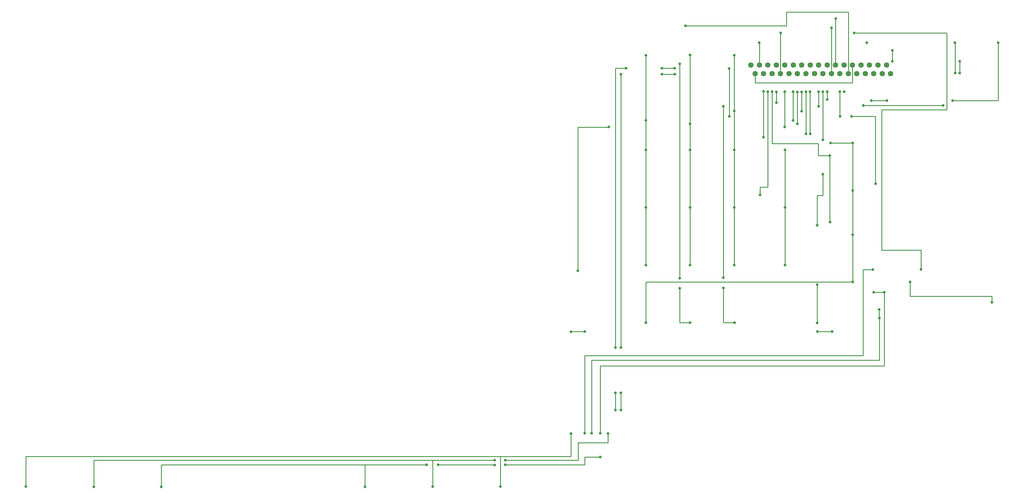
<source format=gbr>
%TF.GenerationSoftware,KiCad,Pcbnew,(5.1.9)-1*%
%TF.CreationDate,2021-03-26T19:35:24+01:00*%
%TF.ProjectId,UPL_Keyboard,55504c5f-4b65-4796-926f-6172642e6b69,2*%
%TF.SameCoordinates,Original*%
%TF.FileFunction,Copper,L2,Bot*%
%TF.FilePolarity,Positive*%
%FSLAX46Y46*%
G04 Gerber Fmt 4.6, Leading zero omitted, Abs format (unit mm)*
G04 Created by KiCad (PCBNEW (5.1.9)-1) date 2021-03-26 19:35:24*
%MOMM*%
%LPD*%
G01*
G04 APERTURE LIST*
%TA.AperFunction,ComponentPad*%
%ADD10C,1.600000*%
%TD*%
%TA.AperFunction,ViaPad*%
%ADD11C,0.800000*%
%TD*%
%TA.AperFunction,Conductor*%
%ADD12C,0.250000*%
%TD*%
G04 APERTURE END LIST*
D10*
%TO.P,J1,1*%
%TO.N,LED_A*%
X276115100Y-94107000D03*
%TO.P,J1,2*%
%TO.N,KEY_DET*%
X277365100Y-96607000D03*
%TO.P,J1,3*%
%TO.N,BTN_ROW_1*%
X278615100Y-94107000D03*
%TO.P,J1,4*%
%TO.N,BTN_ROW_2*%
X279865100Y-96607000D03*
%TO.P,J1,5*%
%TO.N,BTN_ROW_3*%
X281115100Y-94107000D03*
%TO.P,J1,6*%
%TO.N,BTN_ROW_4*%
X282365100Y-96607000D03*
%TO.P,J1,7*%
%TO.N,BTN_ROW_5*%
X283615100Y-94107000D03*
%TO.P,J1,8*%
%TO.N,BTN_ROW_6*%
X284865100Y-96607000D03*
%TO.P,J1,9*%
%TO.N,BTN_ROW_7*%
X286115100Y-94107000D03*
%TO.P,J1,10*%
%TO.N,NOT_USED_1*%
X287365100Y-96607000D03*
%TO.P,J1,11*%
%TO.N,BTN_COL_1*%
X288615100Y-94107000D03*
%TO.P,J1,12*%
%TO.N,BTN_COL_2*%
X289865100Y-96607000D03*
%TO.P,J1,13*%
%TO.N,BTN_COL_3*%
X291115100Y-94107000D03*
%TO.P,J1,14*%
%TO.N,BTN_COL_4*%
X292365100Y-96607000D03*
%TO.P,J1,15*%
%TO.N,BTN_COL_5*%
X293615100Y-94107000D03*
%TO.P,J1,16*%
%TO.N,BTN_COL_6*%
X294865100Y-96607000D03*
%TO.P,J1,17*%
%TO.N,BTN_COL_7*%
X296115100Y-94107000D03*
%TO.P,J1,18*%
%TO.N,BTN_COL_8*%
X297365100Y-96607000D03*
%TO.P,J1,19*%
%TO.N,LED_DATA*%
X298615100Y-94107000D03*
%TO.P,J1,20*%
%TO.N,LED_REMOTE*%
X299865100Y-96607000D03*
%TO.P,J1,21*%
%TO.N,LED_OUTPUT*%
X301115100Y-94107000D03*
%TO.P,J1,22*%
%TO.N,LED_GEN_OVRLD*%
X302365100Y-96607000D03*
%TO.P,J1,23*%
%TO.N,LED_START*%
X303615100Y-94107000D03*
%TO.P,J1,24*%
%TO.N,LED_SINGLE*%
X304865100Y-96607000D03*
%TO.P,J1,25*%
%TO.N,KEY_DET*%
X306115100Y-94107000D03*
%TO.P,J1,26*%
%TO.N,NOT_USED_2*%
X307365100Y-96607000D03*
%TO.P,J1,27*%
%TO.N,N/C*%
X308615100Y-94107000D03*
%TO.P,J1,28*%
X309865100Y-96607000D03*
%TO.P,J1,29*%
X311115100Y-94107000D03*
%TO.P,J1,30*%
X312365100Y-96607000D03*
%TO.P,J1,31*%
X313615100Y-94107000D03*
%TO.P,J1,32*%
X314865100Y-96607000D03*
%TO.P,J1,33*%
X316115100Y-94107000D03*
%TO.P,J1,34*%
X317365100Y-96607000D03*
%TD*%
D11*
%TO.N,LED_SINGLE*%
X256800000Y-82517900D03*
%TO.N,LED_START*%
X303593500Y-101981000D03*
%TO.N,LED_GEN_OVRLD*%
X236120000Y-196060000D03*
X236160000Y-190960000D03*
X236110000Y-177580000D03*
X253610000Y-95070000D03*
X249820000Y-95050000D03*
X239280000Y-95040000D03*
X302348900Y-101981000D03*
X302399700Y-109232700D03*
X269735300Y-109270800D03*
X269709900Y-95110300D03*
%TO.N,LED_OUTPUT*%
X301155100Y-80352900D03*
%TO.N,LED_REMOTE*%
X299872400Y-83121500D03*
%TO.N,LED_DATA*%
X298615100Y-101993700D03*
X298615100Y-104241600D03*
%TO.N,BTN_COL_8*%
X297357800Y-101968300D03*
X297357800Y-116244200D03*
X295694100Y-170332400D03*
X295694100Y-158991300D03*
X295694100Y-141465300D03*
X297383200Y-126377700D03*
%TO.N,BTN_COL_7*%
X271320000Y-170210000D03*
X268000000Y-160000000D03*
X268020000Y-156970000D03*
X268020000Y-106310000D03*
X296100500Y-101955600D03*
X296097600Y-106273100D03*
%TO.N,BTN_COL_6*%
X258140000Y-170200000D03*
X255110000Y-160040000D03*
X255110000Y-157080000D03*
X255110000Y-93770000D03*
%TO.N,BTN_COL_5*%
X306150000Y-158200000D03*
X306140000Y-144220000D03*
X306150000Y-131180000D03*
X306160000Y-117170000D03*
X245140000Y-170190000D03*
X323080000Y-158180000D03*
X347210000Y-164200000D03*
X293585900Y-102006400D03*
X293598600Y-114427000D03*
X299669400Y-117170000D03*
%TO.N,BTN_COL_4*%
X286200000Y-153200000D03*
X286200000Y-136190000D03*
X286200000Y-119190000D03*
X313980000Y-166310000D03*
X314000000Y-168850000D03*
X229110000Y-202930000D03*
X292341300Y-101993700D03*
X292354000Y-114414300D03*
%TO.N,BTN_COL_3*%
X271210000Y-153190000D03*
X271210000Y-136200000D03*
X271220000Y-119170000D03*
X271220000Y-91210000D03*
X312320000Y-161270000D03*
X315460000Y-161270000D03*
X102160000Y-218700000D03*
X180450000Y-212250000D03*
X183800000Y-212230000D03*
X200470000Y-212290000D03*
X203630000Y-212240000D03*
X162220000Y-218710000D03*
X231640000Y-202920000D03*
X231630000Y-209950000D03*
X271220000Y-107670000D03*
X291096700Y-102044500D03*
X291082600Y-107720000D03*
%TO.N,BTN_COL_2*%
X258160000Y-153190000D03*
X258190000Y-136190000D03*
X258190000Y-119180000D03*
X258190000Y-91180000D03*
X82190000Y-218700000D03*
X200470000Y-210880000D03*
X203640000Y-210880000D03*
X182230000Y-218650000D03*
X233970000Y-202970000D03*
X289852100Y-102031800D03*
X289852100Y-111429800D03*
X258190000Y-111468900D03*
%TO.N,BTN_COL_1*%
X245140000Y-153180000D03*
X245140000Y-136200000D03*
X245140000Y-119190000D03*
X245140000Y-91200000D03*
X62130000Y-218680000D03*
X202180000Y-218670000D03*
X223030000Y-202970000D03*
X300070000Y-172870000D03*
X295760000Y-172870000D03*
X227100000Y-172880000D03*
X223010000Y-172920000D03*
X245140000Y-110450000D03*
X288582100Y-102019100D03*
X288564000Y-110470000D03*
%TO.N,BTN_ROW_7*%
X225060000Y-154920000D03*
X234240000Y-112420000D03*
X286092900Y-101968300D03*
X286093300Y-112420000D03*
%TO.N,BTN_ROW_6*%
X326280000Y-154510000D03*
X306565300Y-84607400D03*
X284924500Y-84645500D03*
%TO.N,BTN_ROW_5*%
X312080000Y-154530000D03*
X227060000Y-202940000D03*
X312900000Y-129130000D03*
X283616400Y-102031800D03*
X283603700Y-105232200D03*
X305854100Y-109245400D03*
%TO.N,BTN_ROW_4*%
X349100000Y-87490000D03*
X335670000Y-104640000D03*
X316250000Y-104610000D03*
X311650000Y-104630000D03*
X299430000Y-120900000D03*
X299440000Y-140520000D03*
X282333700Y-101981000D03*
%TO.N,BTN_ROW_3*%
X336380000Y-96470000D03*
X336340000Y-87480000D03*
X281114500Y-101955600D03*
X278816700Y-132500000D03*
%TO.N,BTN_ROW_2*%
X317880000Y-89820000D03*
X309290000Y-106030000D03*
X332830000Y-106030000D03*
X337760000Y-96490000D03*
X337750000Y-93000000D03*
X279793700Y-101930200D03*
X279817500Y-115470000D03*
X317860000Y-93000000D03*
%TO.N,BTN_ROW_1*%
X310280000Y-87510000D03*
X278594200Y-87510000D03*
%TO.N,LED_A*%
X237740000Y-196080000D03*
X237720000Y-190990000D03*
X237720000Y-177590000D03*
X253644400Y-96837500D03*
X249859800Y-96824800D03*
X237744000Y-96837500D03*
%TD*%
D12*
%TO.N,*%
X313050000Y-94080000D02*
X312820000Y-94080000D01*
X308624300Y-94080000D02*
X308622700Y-94081600D01*
%TO.N,KEY_DET*%
X306097600Y-94124500D02*
X306115100Y-94107000D01*
X306097600Y-99197500D02*
X306097600Y-94124500D01*
X305968400Y-99326700D02*
X306097600Y-99197500D01*
X277347600Y-99326700D02*
X305968400Y-99326700D01*
X277347600Y-96624500D02*
X277347600Y-99326700D01*
X277365100Y-96607000D02*
X277347600Y-96624500D01*
%TO.N,LED_SINGLE*%
X286639000Y-82517900D02*
X256800000Y-82517900D01*
X286639000Y-78613000D02*
X286639000Y-82517900D01*
X286778700Y-78473300D02*
X286639000Y-78613000D01*
X304806300Y-78473300D02*
X286778700Y-78473300D01*
X304865100Y-78532100D02*
X304806300Y-78473300D01*
X304865100Y-96607000D02*
X304865100Y-78532100D01*
%TO.N,LED_GEN_OVRLD*%
X236120000Y-191000000D02*
X236160000Y-190960000D01*
X236120000Y-196060000D02*
X236120000Y-191000000D01*
X249840000Y-95070000D02*
X249820000Y-95050000D01*
X253610000Y-95070000D02*
X249840000Y-95070000D01*
X239280000Y-95040000D02*
X236150000Y-95040000D01*
X236150000Y-95040000D02*
X236120000Y-95070000D01*
X236110000Y-95080000D02*
X236150000Y-95040000D01*
X236110000Y-177580000D02*
X236110000Y-95080000D01*
X302348900Y-109181900D02*
X302399700Y-109232700D01*
X302348900Y-101981000D02*
X302348900Y-109181900D01*
X269735300Y-95135700D02*
X269709900Y-95110300D01*
X269735300Y-109270800D02*
X269735300Y-95135700D01*
%TO.N,LED_OUTPUT*%
X301097600Y-80410400D02*
X301155100Y-80352900D01*
X301115100Y-80392900D02*
X301155100Y-80352900D01*
X301115100Y-94107000D02*
X301115100Y-80392900D01*
%TO.N,LED_REMOTE*%
X299847600Y-83146300D02*
X299872400Y-83121500D01*
X299865100Y-83128800D02*
X299872400Y-83121500D01*
X299865100Y-96607000D02*
X299865100Y-83128800D01*
%TO.N,LED_DATA*%
X298615100Y-104241600D02*
X298615100Y-101993700D01*
%TO.N,BTN_COL_8*%
X297357800Y-101968300D02*
X297357800Y-116244200D01*
X295694100Y-170332400D02*
X295694100Y-158991300D01*
X295694100Y-132651500D02*
X295694100Y-141465300D01*
X297383200Y-132651500D02*
X295694100Y-132651500D01*
X297383200Y-126377700D02*
X297383200Y-132651500D01*
%TO.N,BTN_COL_7*%
X271320000Y-170210000D02*
X267960000Y-170210000D01*
X267960000Y-160040000D02*
X268000000Y-160000000D01*
X267960000Y-170210000D02*
X267960000Y-160040000D01*
X268020000Y-156970000D02*
X268020000Y-106310000D01*
X296100500Y-106270200D02*
X296097600Y-106273100D01*
X296100500Y-101955600D02*
X296100500Y-106270200D01*
%TO.N,BTN_COL_6*%
X258140000Y-170200000D02*
X255100000Y-170200000D01*
X255100000Y-160050000D02*
X255110000Y-160040000D01*
X255100000Y-170200000D02*
X255100000Y-160050000D01*
X255110000Y-157080000D02*
X255110000Y-93770000D01*
%TO.N,BTN_COL_5*%
X306150000Y-144230000D02*
X306140000Y-144220000D01*
X306150000Y-158200000D02*
X306150000Y-144230000D01*
X306140000Y-131190000D02*
X306150000Y-131180000D01*
X306140000Y-144220000D02*
X306140000Y-131190000D01*
X306150000Y-117180000D02*
X306160000Y-117170000D01*
X306150000Y-131180000D02*
X306150000Y-117180000D01*
X245140000Y-170190000D02*
X245140000Y-158420000D01*
X245140000Y-158420000D02*
X245360000Y-158200000D01*
X323080000Y-158180000D02*
X323080000Y-162380000D01*
X323080000Y-162380000D02*
X323110000Y-162410000D01*
X323110000Y-162410000D02*
X347200000Y-162410000D01*
X347210000Y-162420000D02*
X347210000Y-164200000D01*
X347200000Y-162410000D02*
X347210000Y-162420000D01*
X278500000Y-158200000D02*
X306150000Y-158200000D01*
X245360000Y-158200000D02*
X278500000Y-158200000D01*
X278980000Y-158200000D02*
X278500000Y-158200000D01*
X293585900Y-114414300D02*
X293598600Y-114427000D01*
X293585900Y-102006400D02*
X293585900Y-114414300D01*
X299669400Y-117170000D02*
X306160000Y-117170000D01*
%TO.N,BTN_COL_4*%
X286200000Y-153200000D02*
X286200000Y-136190000D01*
X313980000Y-168830000D02*
X314000000Y-168850000D01*
X313980000Y-166310000D02*
X313980000Y-168830000D01*
X272050000Y-181340000D02*
X244000000Y-181340000D01*
X314000000Y-181340000D02*
X272050000Y-181340000D01*
X314000000Y-168850000D02*
X314000000Y-181340000D01*
X244000000Y-181340000D02*
X229110000Y-181340000D01*
X229110000Y-181340000D02*
X229110000Y-202930000D01*
X286200000Y-123360000D02*
X286200000Y-119190000D01*
X286200000Y-136190000D02*
X286200000Y-123360000D01*
X292341300Y-114401600D02*
X292354000Y-114414300D01*
X292341300Y-101993700D02*
X292341300Y-114401600D01*
%TO.N,BTN_COL_3*%
X271210000Y-153190000D02*
X271210000Y-136200000D01*
X271210000Y-119180000D02*
X271220000Y-119170000D01*
X271210000Y-136200000D02*
X271210000Y-119180000D01*
X312320000Y-161270000D02*
X315460000Y-161270000D01*
X200410000Y-212230000D02*
X200470000Y-212290000D01*
X183800000Y-212230000D02*
X200410000Y-212230000D01*
X102160000Y-218700000D02*
X102160000Y-212260000D01*
X102350000Y-212260000D02*
X102360000Y-212250000D01*
X102160000Y-212260000D02*
X102350000Y-212260000D01*
X162220000Y-212290000D02*
X162180000Y-212250000D01*
X162220000Y-218710000D02*
X162220000Y-212290000D01*
X162180000Y-212250000D02*
X180450000Y-212250000D01*
X102360000Y-212250000D02*
X162180000Y-212250000D01*
X271220000Y-107670000D02*
X271220000Y-91210000D01*
X271220000Y-119170000D02*
X271220000Y-107670000D01*
X315460000Y-183020000D02*
X315460000Y-161270000D01*
X315450000Y-183030000D02*
X315460000Y-183020000D01*
X231650000Y-183030000D02*
X315450000Y-183030000D01*
X231650000Y-202930000D02*
X231650000Y-183030000D01*
X231640000Y-202920000D02*
X231650000Y-202930000D01*
X227070000Y-212240000D02*
X203630000Y-212240000D01*
X227070000Y-209950000D02*
X227070000Y-212240000D01*
X231630000Y-209950000D02*
X227070000Y-209950000D01*
X291096700Y-102044500D02*
X291096700Y-107705900D01*
X291096700Y-107705900D02*
X291082600Y-107720000D01*
%TO.N,BTN_COL_2*%
X258160000Y-136220000D02*
X258190000Y-136190000D01*
X258160000Y-153190000D02*
X258160000Y-136220000D01*
X258190000Y-136190000D02*
X258190000Y-119180000D01*
X82190000Y-218700000D02*
X82190000Y-210890000D01*
X200460000Y-210890000D02*
X200470000Y-210880000D01*
X182230000Y-211000000D02*
X182120000Y-210890000D01*
X182230000Y-218650000D02*
X182230000Y-211000000D01*
X182120000Y-210890000D02*
X200460000Y-210890000D01*
X82190000Y-210890000D02*
X182120000Y-210890000D01*
X233940000Y-205720000D02*
X233970000Y-205690000D01*
X225090000Y-205720000D02*
X233940000Y-205720000D01*
X225100000Y-205730000D02*
X225090000Y-205720000D01*
X233970000Y-205690000D02*
X233970000Y-202970000D01*
X225100000Y-210880000D02*
X225100000Y-205730000D01*
X203640000Y-210880000D02*
X225100000Y-210880000D01*
X289852100Y-102031800D02*
X289852100Y-111429800D01*
X258190000Y-111468900D02*
X258190000Y-91180000D01*
X258190000Y-119180000D02*
X258190000Y-111468900D01*
%TO.N,BTN_COL_1*%
X245140000Y-153180000D02*
X245140000Y-136200000D01*
X245140000Y-136200000D02*
X245140000Y-119190000D01*
X62130000Y-218680000D02*
X62130000Y-209850000D01*
X62130000Y-209850000D02*
X62180000Y-209800000D01*
X202180000Y-218670000D02*
X202180000Y-209870000D01*
X202110000Y-209800000D02*
X221490000Y-209800000D01*
X202180000Y-209870000D02*
X202110000Y-209800000D01*
X62180000Y-209800000D02*
X202110000Y-209800000D01*
X223030000Y-202970000D02*
X223030000Y-209800000D01*
X223030000Y-209800000D02*
X221490000Y-209800000D01*
X300070000Y-172870000D02*
X295760000Y-172870000D01*
X223050000Y-172880000D02*
X223010000Y-172920000D01*
X227100000Y-172880000D02*
X223050000Y-172880000D01*
X245140000Y-110450000D02*
X245140000Y-91200000D01*
X245140000Y-119190000D02*
X245140000Y-110450000D01*
X288582100Y-110451900D02*
X288564000Y-110470000D01*
X288582100Y-102019100D02*
X288582100Y-110451900D01*
%TO.N,BTN_ROW_7*%
X234200000Y-112460000D02*
X234240000Y-112420000D01*
X225060000Y-112460000D02*
X234200000Y-112460000D01*
X225060000Y-154920000D02*
X225060000Y-112460000D01*
X286092900Y-112419600D02*
X286093300Y-112420000D01*
X286092900Y-101968300D02*
X286092900Y-112419600D01*
%TO.N,BTN_ROW_6*%
X333920000Y-94090000D02*
X333930000Y-94080000D01*
X314690000Y-107310000D02*
X333920000Y-107310000D01*
X333920000Y-107310000D02*
X333920000Y-94090000D01*
X314690000Y-148790000D02*
X314690000Y-107310000D01*
X314720000Y-148820000D02*
X314690000Y-148790000D01*
X326280000Y-148820000D02*
X314720000Y-148820000D01*
X326280000Y-154510000D02*
X326280000Y-148820000D01*
X333920000Y-94090000D02*
X333920000Y-84847600D01*
X333679800Y-84607400D02*
X306565300Y-84607400D01*
X333920000Y-84847600D02*
X333679800Y-84607400D01*
X284861000Y-96602900D02*
X284865100Y-96607000D01*
X284861000Y-84709000D02*
X284861000Y-96602900D01*
X284924500Y-84645500D02*
X284861000Y-84709000D01*
%TO.N,BTN_ROW_5*%
X272660000Y-179980000D02*
X243450000Y-179980000D01*
X309180000Y-179980000D02*
X272660000Y-179980000D01*
X309180000Y-154540000D02*
X309180000Y-179980000D01*
X309190000Y-154530000D02*
X309180000Y-154540000D01*
X312080000Y-154530000D02*
X309190000Y-154530000D01*
X243450000Y-179980000D02*
X227150000Y-179980000D01*
X227150000Y-179980000D02*
X227060000Y-180070000D01*
X227060000Y-180070000D02*
X227060000Y-202940000D01*
X312870000Y-129100000D02*
X312900000Y-129130000D01*
X312870000Y-125720000D02*
X312870000Y-129100000D01*
X312870000Y-109370000D02*
X312870000Y-125720000D01*
X312780000Y-109280000D02*
X312870000Y-109370000D01*
X283616400Y-105244900D02*
X283603700Y-105232200D01*
X283616400Y-102031800D02*
X283616400Y-105244900D01*
X312745400Y-109245400D02*
X312870000Y-109370000D01*
X305854100Y-109245400D02*
X312745400Y-109245400D01*
%TO.N,BTN_ROW_4*%
X311670000Y-104610000D02*
X311650000Y-104630000D01*
X316250000Y-104610000D02*
X311670000Y-104610000D01*
X299430000Y-140510000D02*
X299440000Y-140520000D01*
X299430000Y-120900000D02*
X299430000Y-140510000D01*
X349000000Y-104640000D02*
X349100000Y-104540000D01*
X335670000Y-104640000D02*
X349000000Y-104640000D01*
X349100000Y-87490000D02*
X349100000Y-104540000D01*
X295998900Y-120900000D02*
X299430000Y-120900000D01*
X295998900Y-117322600D02*
X295998900Y-120900000D01*
X282371800Y-117322600D02*
X295998900Y-117322600D01*
X282371800Y-102019100D02*
X282371800Y-117322600D01*
X282333700Y-101981000D02*
X282371800Y-102019100D01*
%TO.N,BTN_ROW_3*%
X336380000Y-87520000D02*
X336340000Y-87480000D01*
X336380000Y-96470000D02*
X336380000Y-87520000D01*
X278816700Y-130149600D02*
X278816700Y-132500000D01*
X281101800Y-130149600D02*
X278816700Y-130149600D01*
X281114500Y-130162300D02*
X281101800Y-130149600D01*
X281114500Y-101955600D02*
X281114500Y-130162300D01*
%TO.N,BTN_ROW_2*%
X317860000Y-89840000D02*
X317880000Y-89820000D01*
X309290000Y-106030000D02*
X332830000Y-106030000D01*
X337760000Y-93010000D02*
X337750000Y-93000000D01*
X337760000Y-96490000D02*
X337760000Y-93010000D01*
X279793700Y-115446200D02*
X279817500Y-115470000D01*
X279793700Y-101930200D02*
X279793700Y-115446200D01*
X317880000Y-92980000D02*
X317860000Y-93000000D01*
X317880000Y-89820000D02*
X317880000Y-92980000D01*
%TO.N,BTN_ROW_1*%
X278597600Y-87513400D02*
X278594200Y-87510000D01*
X278615100Y-87530900D02*
X278594200Y-87510000D01*
X278615100Y-94107000D02*
X278615100Y-87530900D01*
%TO.N,LED_A*%
X237740000Y-191010000D02*
X237720000Y-190990000D01*
X237740000Y-196080000D02*
X237740000Y-191010000D01*
X249872500Y-96837500D02*
X249859800Y-96824800D01*
X253644400Y-96837500D02*
X249872500Y-96837500D01*
X237700000Y-96881500D02*
X237744000Y-96837500D01*
X237700000Y-97200000D02*
X237700000Y-96881500D01*
X237720000Y-177590000D02*
X237720000Y-96861500D01*
X237720000Y-96861500D02*
X237744000Y-96837500D01*
%TD*%
M02*

</source>
